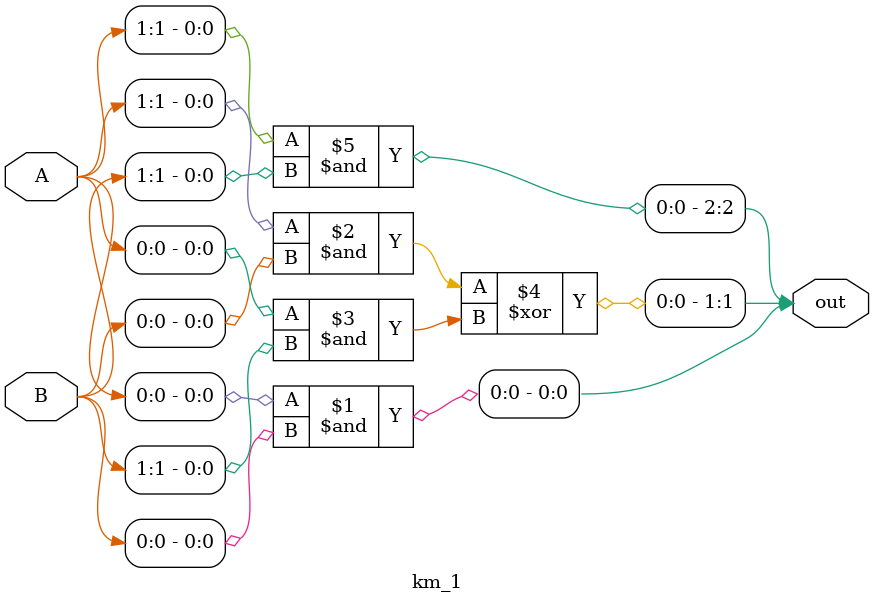
<source format=v>
`timescale 1ns / 1ps

module km_1(
 input[1:0] A,B,
 output[2:0] out
);

    assign out[0]= A[0]&B[0];
    assign out[1]= (A[1]&B[0])^(A[0]&B[1]);
    assign out[2]= (A[1]&B[1]);
   
endmodule

</source>
